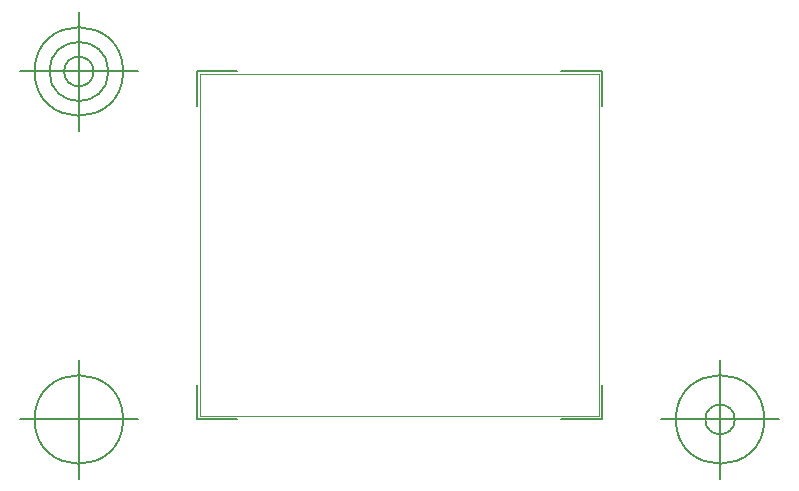
<source format=gbr>
G04 Generated by Ultiboard 14.2 *
%FSLAX24Y24*%
%MOIN*%

%ADD10C,0.0001*%
%ADD11C,0.0001*%
%ADD12C,0.0050*%


G04 ColorRGB 00FFFF for the following layer *
%LNBoard Outline*%
%LPD*%
G54D10*
G54D11*
X-5700Y-5500D02*
X7600Y-5500D01*
X7600Y5900D01*
X-5700Y5900D01*
X-5700Y-5500D01*
G54D12*
X-5800Y-5600D02*
X-5800Y-4440D01*
X-5800Y-5600D02*
X-4450Y-5600D01*
X7700Y-5600D02*
X6350Y-5600D01*
X7700Y-5600D02*
X7700Y-4440D01*
X7700Y6000D02*
X7700Y4840D01*
X7700Y6000D02*
X6350Y6000D01*
X-5800Y6000D02*
X-4450Y6000D01*
X-5800Y6000D02*
X-5800Y4840D01*
X-7769Y-5600D02*
X-11706Y-5600D01*
X-9737Y-7569D02*
X-9737Y-3632D01*
X-11213Y-5600D02*
G75*
D01*
G02X-11213Y-5600I1476J0*
G01*
X9669Y-5600D02*
X13606Y-5600D01*
X11637Y-7569D02*
X11637Y-3632D01*
X10161Y-5600D02*
G75*
D01*
G02X10161Y-5600I1476J0*
G01*
X11145Y-5600D02*
G75*
D01*
G02X11145Y-5600I492J0*
G01*
X-7769Y6000D02*
X-11706Y6000D01*
X-9737Y4031D02*
X-9737Y7969D01*
X-11213Y6000D02*
G75*
D01*
G02X-11213Y6000I1476J0*
G01*
X-10721Y6000D02*
G75*
D01*
G02X-10721Y6000I984J0*
G01*
X-10229Y6000D02*
G75*
D01*
G02X-10229Y6000I492J0*
G01*

M02*

</source>
